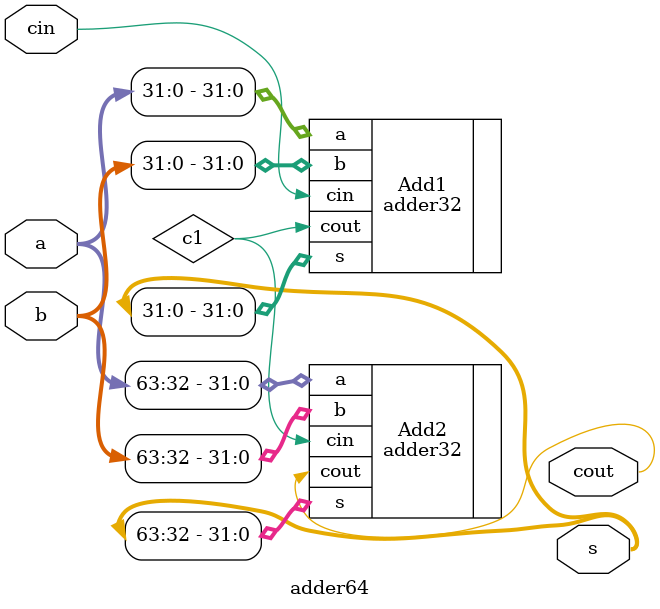
<source format=v>
`timescale 1ns / 1ps


module adder64(a,b,cin,s,cout); 
    input [63:0]a,b; 
    input cin; 
    output [63:0]s;
    output cout;  
    
    wire c1;
    adder32 Add1(.s(s[31:0]),.cout(c1),.a(a[31:0]),.b(b[31:0]),.cin(cin));
    adder32 Add2(.s(s[63:32]),.cout(cout),.a(a[63:32]),.b(b[63:32]),.cin(c1));
endmodule

</source>
